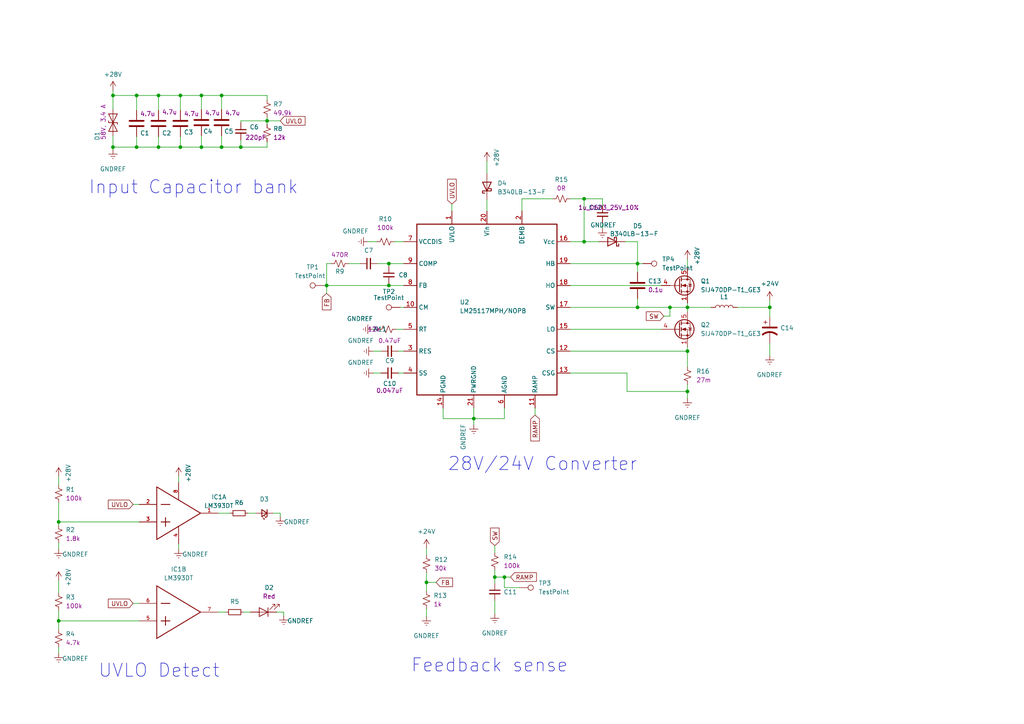
<source format=kicad_sch>
(kicad_sch (version 20211123) (generator eeschema)
  (paper "A4")
  (title_block (title "CON0100") (date "2023-01-12") (rev "V1.0") (company "Ati motors Pvt Ltd") (comment 1 "Soundhar B") (comment 2 "Designed By") (comment 3 "Sudhir P") (comment 4 "Reviewed By") (comment 5 "Naveen ") (comment 6 "Approved by"))
  (lib_symbols
    (symbol "Ati:C_0.01uf_0603_50V_ECJ-1VB1H103K" (pin_numbers hide) (pin_names (offset 0.254) hide)
      (property "Reference" "C" (at 0.254 1.778 0))
      (symbol "C_0.01uf_0603_50V_ECJ-1VB1H103K_1_1"
        (pin passive line (at 0 2.54 270) (length 2.032) (name "~") (number "1"))
        (pin passive line (at 0 -2.54 90) (length 2.032) (name "~") (number "2"))
      )
    )
    (symbol "Ati:C_0.22uF_RAD_50V_20%" (pin_numbers hide) (pin_names (offset 0.254) hide)
      (property "Reference" "C" (at 0.635 2.54 0))
      (symbol "C_0.22uF_RAD_50V_20%_1_1"
        (pin passive line (at 0 3.81 270) (length 2.794) (name "~") (number "1"))
        (pin passive line (at 0 -3.81 90) (length 3.302) (name "~") (number "2"))
      )
    )
    (symbol "Ati:C_0603_0.047uF_16V_10%_ECJ-1VB1C473K" (pin_numbers hide) (pin_names (offset 0.254) hide)
      (property "Reference" "C" (at 0.254 1.778 0))
      (property "Val" "0.047uF" (at 0 0 0))
      (symbol "C_0603_0.047uF_16V_10%_ECJ-1VB1C473K_1_1"
        (pin passive line (at 0 2.54 270) (length 2.032) (name "~") (number "1"))
        (pin passive line (at 0 -2.54 90) (length 2.032) (name "~") (number "2"))
      )
    )
    (symbol "Ati:C_0603_0.47uF_25V_CGA3E3X7R1E474K080AB" (pin_numbers hide) (pin_names (offset 0.254) hide)
      (property "Reference" "C" (at 0.254 1.778 0))
      (property "Val" "0.47uF" (at 0 0 0))
      (symbol "C_0603_0.47uF_25V_CGA3E3X7R1E474K080AB_1_1"
        (pin passive line (at 0 2.54 270) (length 2.032) (name "~") (number "1"))
        (pin passive line (at 0 -2.54 90) (length 2.032) (name "~") (number "2"))
      )
    )
    (symbol "Ati:C_0603_220pF_50V_ECJ-1VC1H221J" (pin_numbers hide) (pin_names (offset 0.254) hide)
      (property "Reference" "C" (at 0.254 1.778 0))
      (property "Val" "220pF" (at 0 0 0))
      (symbol "C_0603_220pF_50V_ECJ-1VC1H221J_1_1"
        (pin passive line (at 0 2.54 270) (length 2.032) (name "~") (number "1"))
        (pin passive line (at 0 -2.54 90) (length 2.032) (name "~") (number "2"))
      )
    )
    (symbol "Ati:C_10pF_0603_GCM1885C1H100JA16D" (pin_numbers hide) (pin_names (offset 0.254) hide)
      (property "Reference" "C" (at 0.254 1.778 0))
      (symbol "C_10pF_0603_GCM1885C1H100JA16D_1_1"
        (pin passive line (at 0 2.54 270) (length 2.032) (name "~") (number "1"))
        (pin passive line (at 0 -2.54 90) (length 2.032) (name "~") (number "2"))
      )
    )
    (symbol "Ati:C_1uf_0603_GCJ188R71E105KA01D" (pin_numbers hide) (pin_names (offset 0.254) hide)
      (property "Reference" "C" (at 0.254 1.778 0))
      (symbol "C_1uf_0603_GCJ188R71E105KA01D_1_1"
        (pin passive line (at 0 2.54 270) (length 2.032) (name "~") (number "1"))
        (pin passive line (at 0 -2.54 90) (length 2.032) (name "~") (number "2"))
      )
    )
    (symbol "Ati:C_4.7u_1206_CL31B475KAHNNNE" (pin_numbers hide) (pin_names (offset 0.254))
      (property "Reference" "C" (at 0.635 2.54 0))
      (property "Val" "4.7u " (at 5.08 0 0))
      (symbol "C_4.7u_1206_CL31B475KAHNNNE_1_1"
        (pin passive line (at 0 3.81 270) (length 2.794) (name "~") (number "1"))
        (pin passive line (at 0 -3.81 90) (length 2.794) (name "~") (number "2"))
      )
    )
    (symbol "Ati:C_820pF_0603_50V_GCM1885C1H821JA16D" (pin_numbers hide) (pin_names (offset 0.254) hide)
      (property "Reference" "C" (at 0.254 1.778 0))
      (symbol "C_820pF_0603_50V_GCM1885C1H821JA16D_1_1"
        (pin passive line (at 0 2.54 270) (length 2.032) (name "~") (number "1"))
        (pin passive line (at 0 -2.54 90) (length 2.032) (name "~") (number "2"))
      )
    )
    (symbol "Ati:D_LED_0603_Green_150060GS75000" (pin_numbers hide) (pin_names (offset 0.254) hide)
      (property "Reference" "D" (at -1.27 3.175 0))
      (symbol "D_LED_0603_Green_150060GS75000_1_1"
        (pin passive line (at -2.54 0 0) (length 1.778) (name "K") (number "1"))
        (pin passive line (at 2.54 0 180) (length 1.778) (name "A") (number "2"))
      )
    )
    (symbol "Ati:D_LED_0603_Red_150060RS75000" (pin_numbers hide) (pin_names (offset 1.016) hide)
      (property "Reference" "D" (at 0 2.54 0))
      (property "Val" "Red" (at 0 -2.54 0))
      (symbol "D_LED_0603_Red_150060RS75000_1_1"
        (pin passive line (at -3.81 0 0) (length 2.54) (name "K") (number "1"))
        (pin passive line (at 3.81 0 180) (length 2.54) (name "A") (number "2"))
      )
    )
    (symbol "Ati:L_22uH_12A_37mOhms_SMD_12.5mmx13.5mm" (pin_numbers hide) (pin_names (offset 1.016) hide)
      (property "Reference" "L" (at -1.27 0 90))
      (symbol "L_22uH_12A_37mOhms_SMD_12.5mmx13.5mm_1_1"
        (pin passive line (at 0 3.81 270) (length 1.27) (name "1") (number "1"))
        (pin passive line (at 0 -3.81 90) (length 1.27) (name "2") (number "2"))
      )
    )
    (symbol "Ati:R_0R_0603_ERJ-3GEY0R00V" (pin_numbers hide) (pin_names (offset 0.254) hide)
      (property "Reference" "R" (at 0.762 0.508 0))
      (property "Val" "0R" (at 2.54 0 0))
      (symbol "R_0R_0603_ERJ-3GEY0R00V_1_1"
        (pin passive line (at 0 2.54 270) (length 1.016) (name "~") (number "1"))
        (pin passive line (at 0 -2.54 90) (length 1.016) (name "~") (number "2"))
      )
    )
    (symbol "Ati:R_1.8k_0603_ERJ-3EKF1801V" (pin_numbers hide) (pin_names (offset 0.254) hide)
      (property "Reference" "R" (at -2.54 0 0))
      (property "Val" "1.8k" (at 2.54 0 0))
      (symbol "R_1.8k_0603_ERJ-3EKF1801V_1_1"
        (pin passive line (at 0 2.54 270) (length 1.016) (name "~") (number "1"))
        (pin passive line (at 0 -2.54 90) (length 1.016) (name "~") (number "2"))
      )
    )
    (symbol "Ati:R_100k_0603_1{slash}10W_CRGP0603F100K" (pin_numbers hide) (pin_names (offset 0.254) hide)
      (property "Reference" "R" (at -2.54 0 0))
      (property "Val" "100k" (at 2.54 0 0))
      (symbol "R_100k_0603_1{slash}10W_CRGP0603F100K_1_1"
        (pin passive line (at 0 2.54 270) (length 1.016) (name "~") (number "1"))
        (pin passive line (at 0 -2.54 90) (length 1.016) (name "~") (number "2"))
      )
    )
    (symbol "Ati:R_12k_0603_ERJ3EKF1202V" (pin_numbers hide) (pin_names (offset 0.254) hide)
      (property "Reference" "R" (at -2.54 0 0))
      (property "Val" "12k" (at 2.54 0 0))
      (symbol "R_12k_0603_ERJ3EKF1202V_1_1"
        (pin passive line (at 0 2.54 270) (length 1.016) (name "~") (number "1"))
        (pin passive line (at 0 -2.54 90) (length 1.016) (name "~") (number "2"))
      )
    )
    (symbol "Ati:R_1k_0603_ERJ-3EKF1001V" (pin_numbers hide) (pin_names (offset 0.254) hide)
      (property "Reference" "R" (at -2.54 0 0))
      (property "Val" "1k" (at 2.54 0 0))
      (symbol "R_1k_0603_ERJ-3EKF1001V_1_1"
        (pin passive line (at 0 2.54 270) (length 1.016) (name "~") (number "1"))
        (pin passive line (at 0 -2.54 90) (length 1.016) (name "~") (number "2"))
      )
    )
    (symbol "Ati:R_27mOhms_0805_ERJ-6BWFR027V" (pin_numbers hide) (pin_names (offset 0.254) hide)
      (property "Reference" "R" (at 0.762 0.508 0))
      (property "Val" "27m" (at 2.54 0 0))
      (symbol "R_27mOhms_0805_ERJ-6BWFR027V_1_1"
        (pin passive line (at 0 2.54 270) (length 1.016) (name "~") (number "1"))
        (pin passive line (at 0 -2.54 90) (length 1.016) (name "~") (number "2"))
      )
    )
    (symbol "Ati:R_3.3k_0603_ERJ-PA3F3301V" (pin_numbers hide) (pin_names (offset 0.254) hide)
      (property "Reference" "R" (at 0.762 0.508 0))
      (symbol "R_3.3k_0603_ERJ-PA3F3301V_1_1"
        (pin passive line (at 0 2.54 270) (length 0.762) (name "~") (number "1"))
        (pin passive line (at 0 -2.54 90) (length 0.762) (name "~") (number "2"))
      )
    )
    (symbol "Ati:R_30k_0603_ERJ-PB3B3002V" (pin_numbers hide) (pin_names (offset 0.254) hide)
      (property "Reference" "R" (at -2.54 0 0))
      (property "Val" "30k" (at 2.54 0 0))
      (symbol "R_30k_0603_ERJ-PB3B3002V_1_1"
        (pin passive line (at 0 2.54 270) (length 1.016) (name "~") (number "1"))
        (pin passive line (at 0 -2.54 90) (length 1.016) (name "~") (number "2"))
      )
    )
    (symbol "Ati:R_4.7k_0603_ERJ-3GEYJ472V" (pin_numbers hide) (pin_names (offset 0.254) hide)
      (property "Reference" "R" (at -2.54 0 0))
      (property "Val" "4.7k" (at 2.54 0 0))
      (symbol "R_4.7k_0603_ERJ-3GEYJ472V_1_1"
        (pin passive line (at 0 2.54 270) (length 1.016) (name "~") (number "1"))
        (pin passive line (at 0 -2.54 90) (length 1.016) (name "~") (number "2"))
      )
    )
    (symbol "Ati:R_470R_0603_ERJ-3EKF4700V" (pin_numbers hide) (pin_names (offset 0.254) hide)
      (property "Reference" "R" (at 0.762 0.508 0))
      (property "Val" "470R" (at 2.54 0 0))
      (symbol "R_470R_0603_ERJ-3EKF4700V_1_1"
        (pin passive line (at 0 2.54 270) (length 1.016) (name "~") (number "1"))
        (pin passive line (at 0 -2.54 90) (length 1.016) (name "~") (number "2"))
      )
    )
    (symbol "Ati:R_49.9k_0603_ERJ3EKF4992V" (pin_numbers hide) (pin_names (offset 0.254) hide)
      (property "Reference" "R" (at -2.54 0 0))
      (property "Val" "49.9k" (at 2.54 0 0))
      (symbol "R_49.9k_0603_ERJ3EKF4992V_1_1"
        (pin passive line (at 0 2.54 270) (length 1.016) (name "~") (number "1"))
        (pin passive line (at 0 -2.54 90) (length 1.016) (name "~") (number "2"))
      )
    )
    (symbol "Ati:SIJ470DP-T1_GE3" (pin_names hide)
      (property "Reference" "Q" (at 5.08 1.905 0))
      (property "Value" "SIJ470DP-T1_GE3" (at 5.08 0 0))
      (symbol "SIJ470DP-T1_GE3_1_1"
        (pin passive line (at 2.54 -5.08 90) (length 2.54) (name "S") (number "1"))
        (pin passive line (at 2.54 -5.08 90) (length 2.54) hide (name "S") (number "2"))
        (pin passive line (at 2.54 -5.08 90) (length 2.54) hide (name "S") (number "3"))
        (pin input line (at -5.08 0 0) (length 2.54) (name "G") (number "4"))
        (pin passive line (at 2.54 5.08 270) (length 2.54) (name "D") (number "5"))
      )
    )
    (symbol "Ati_Anand:C_0603_0.1u_50V_C0603C104K5RACAUTO" (pin_numbers hide) (pin_names (offset 0.254))
      (property "Reference" "C" (at 0.635 2.54 0))
      (property "Val" "0.1u" (at 5.08 0 0))
      (symbol "C_0603_0.1u_50V_C0603C104K5RACAUTO_1_1"
        (pin passive line (at 0 3.81 270) (length 2.794) (name "~") (number "1"))
        (pin passive line (at 0 -3.81 90) (length 2.794) (name "~") (number "2"))
      )
    )
    (symbol "Ati_Anand:D_TVS_58.1V_ATV02W360B-HF" (pin_numbers hide) (pin_names (offset 1.016) hide)
      (property "Reference" "D" (at 0 2.54 0))
      (property "Val" "58V, 3.4 A" (at 0 0 0))
      (symbol "D_TVS_58.1V_ATV02W360B-HF_1_1"
        (pin passive line (at -3.81 0 0) (length 2.54) (name "A1") (number "1"))
        (pin passive line (at 3.81 0 180) (length 2.54) (name "A2") (number "2"))
      )
    )
    (symbol "Ati_Anand:R_100k_0603_0.1%_ERA3APB104V" (pin_numbers hide) (pin_names (offset 0.254) hide)
      (property "Reference" "R" (at 0.762 0.508 0))
      (property "Val" "100k" (at 6.35 0 0))
      (symbol "R_100k_0603_0.1%_ERA3APB104V_1_1"
        (pin passive line (at 0 2.54 270) (length 1.016) (name "~") (number "1"))
        (pin passive line (at 0 -2.54 90) (length 1.016) (name "~") (number "2"))
      )
    )
    (symbol "Connector:TestPoint" (pin_numbers hide) (pin_names (offset 0.762) hide)
      (property "Reference" "TP" (at 0 6.858 0))
      (property "Value" "TestPoint" (at 0 5.08 0))
      (symbol "TestPoint_1_1"
        (pin passive line (at 0 0 90) (length 2.54) (name "1") (number "1"))
      )
    )
    (symbol "Diode:B340" (pin_numbers hide) (pin_names (offset 1.016) hide)
      (property "Reference" "D" (at 0 2.54 0))
      (property "Value" "B340" (at 0 -2.54 0))
      (symbol "B340_1_1"
        (pin passive line (at -3.81 0 0) (length 2.54) (name "K") (number "1"))
        (pin passive line (at 3.81 0 180) (length 2.54) (name "A") (number "2"))
      )
    )
    (symbol "LM25117PMH{slash}NOPB:LM25117"
      (property "Reference" "U" (at 0 24.13 0))
      (property "Value" "LM25117" (at 0 26.67 0))
      (symbol "LM25117_1_1"
        (pin input line (at -10.16 53.34 270) (length 3.8) (name "UVLO") (number "1"))
        (pin input line (at -24.13 25.4 0) (length 3.8) (name "CM") (number "10"))
        (pin input line (at 13.97 -3.81 90) (length 3.8) (name "RAMP") (number "11"))
        (pin input line (at 24.13 12.7 180) (length 3.8) (name "CS") (number "12"))
        (pin input line (at 24.13 6.35 180) (length 3.8) (name "CSG") (number "13"))
        (pin input line (at -12.7 -3.81 90) (length 3.8) (name "PGND") (number "14"))
        (pin input line (at 24.13 19.05 180) (length 3.8) (name "LO") (number "15"))
        (pin input line (at 24.13 44.45 180) (length 3.8) (name "Vcc") (number "16"))
        (pin input line (at 24.13 25.4 180) (length 3.8) (name "SW") (number "17"))
        (pin input line (at 24.13 31.75 180) (length 3.8) (name "HO") (number "18"))
        (pin input line (at 24.13 38.1 180) (length 3.8) (name "HB") (number "19"))
        (pin input line (at 10.16 53.34 270) (length 3.8) (name "DEMB") (number "2"))
        (pin input line (at 0 53.34 270) (length 3.8) (name "Vin") (number "20"))
        (pin input line (at -3.81 -3.81 90) (length 3.8) (name "PWRGND") (number "21"))
        (pin input line (at -24.13 12.7 0) (length 3.8) (name "RES") (number "3"))
        (pin input line (at -24.13 6.35 0) (length 3.8) (name "SS") (number "4"))
        (pin input line (at -24.13 19.05 0) (length 3.8) (name "RT") (number "5"))
        (pin input line (at 5.08 -3.81 90) (length 3.8) (name "AGND") (number "6"))
        (pin input line (at -24.13 44.45 0) (length 3.8) (name "VCCDIS") (number "7"))
        (pin input line (at -24.13 31.75 0) (length 3.8) (name "FB") (number "8"))
        (pin input line (at -24.13 38.1 0) (length 3.8) (name "COMP") (number "9"))
      )
    )
    (symbol "LM393DT:LM393DT" (pin_names (offset 1.016))
      (property "Reference" "IC" (at 2.54 2.54 0))
      (property "Value" "LM393DT" (at 0 0 0))
      (symbol "LM393DT_1_0"
        (pin bidirectional line (at 12.7 0 180) (length 5.08) (name "~") (number "1"))
        (pin bidirectional line (at -10.16 2.54 0) (length 5.08) (name "~") (number "2"))
        (pin bidirectional line (at -10.16 -2.54 0) (length 5.08) (name "~") (number "3"))
        (pin bidirectional line (at 1.27 -8.89 90) (length 5.08) (name "~") (number "4"))
        (pin bidirectional line (at 1.27 8.89 270) (length 5.08) (name "~") (number "8"))
      )
      (symbol "LM393DT_2_0"
        (pin bidirectional line (at -10.16 -2.54 0) (length 5.08) (name "~") (number "5"))
        (pin bidirectional line (at -10.16 2.54 0) (length 5.08) (name "~") (number "6"))
        (pin bidirectional line (at 12.7 0 180) (length 5.08) (name "~") (number "7"))
      )
    )
    (symbol "R_12k_0603_ERJ3EKF1202V_1" (pin_numbers hide) (pin_names (offset 0.254) hide)
      (property "Reference" "R11" (at 0 2.032 90))
      (property "Val" "12k" (at 0 3.81 90))
      (symbol "R_12k_0603_ERJ3EKF1202V_1_1_1"
        (pin passive line (at 0 2.54 270) (length 1.016) (name "~") (number "1"))
        (pin passive line (at 0 -2.54 90) (length 1.016) (name "~") (number "2"))
      )
    )
    (symbol "power:+24V" (power) (pin_names (offset 0))
      (property "Value" "+24V" (at 0 3.556 0))
      (symbol "+24V_1_1"
        (pin power_in line (at 0 0 90) (length 0) hide (name "+24V") (number "1"))
      )
    )
    (symbol "power:+28V" (power) (pin_names (offset 0))
      (property "Value" "+28V" (at 0 3.81 0))
      (symbol "+28V_1_1"
        (pin power_in line (at 0 0 90) (length 0) hide (name "+28V") (number "1"))
      )
    )
    (symbol "power:GNDREF" (power) (pin_names (offset 0))
      (property "Value" "GNDREF" (at 0 -3.81 0))
      (symbol "GNDREF_1_1"
        (pin power_in line (at 0 0 270) (length 0) hide (name "GNDREF") (number "1"))
      )
    )
  )
  (junction (at 69.85 42.672))
  (junction (at 194.31 89.154))
  (junction (at 17.018 180.086))
  (junction (at 39.624 27.686))
  (junction (at 123.698 168.91))
  (junction (at 199.39 89.154))
  (junction (at 143.51 167.386))
  (junction (at 112.776 76.454))
  (junction (at 45.974 27.686))
  (junction (at 58.42 27.686))
  (junction (at 77.47 35.052))
  (junction (at 32.766 27.686))
  (junction (at 45.974 42.672))
  (junction (at 17.018 151.384))
  (junction (at 146.304 167.386))
  (junction (at 52.324 27.686))
  (junction (at 223.266 89.154))
  (junction (at 199.39 113.538))
  (junction (at 64.262 42.672))
  (junction (at 169.418 70.104))
  (junction (at 64.262 27.686))
  (junction (at 184.912 89.154))
  (junction (at 32.766 42.672))
  (junction (at 199.39 101.854))
  (junction (at 184.912 76.454))
  (junction (at 137.414 121.412))
  (junction (at 112.776 82.804))
  (junction (at 94.742 82.804))
  (junction (at 52.324 42.672))
  (junction (at 169.418 57.658))
  (junction (at 39.624 42.672))
  (junction (at 58.42 42.672))
  (wire (pts (xy 151.384 61.214) (xy 151.384 57.658)))
  (wire (pts (xy 165.354 101.854) (xy 199.39 101.854)))
  (wire (pts (xy 64.262 31.75) (xy 64.262 27.686)))
  (wire (pts (xy 165.354 76.454) (xy 184.912 76.454)))
  (wire (pts (xy 146.304 121.412) (xy 137.414 121.412)))
  (wire (pts (xy 184.912 76.454) (xy 184.912 70.104)))
  (wire (pts (xy 184.912 76.454) (xy 184.912 78.994)))
  (wire (pts (xy 128.524 121.412) (xy 137.414 121.412)))
  (wire (pts (xy 32.766 27.686) (xy 39.624 27.686)))
  (wire (pts (xy 199.39 89.154) (xy 199.39 90.424)))
  (wire (pts (xy 17.018 145.796) (xy 17.018 151.384)))
  (wire (pts (xy 223.266 87.122) (xy 223.266 89.154)))
  (wire (pts (xy 64.262 39.37) (xy 64.262 42.672)))
  (wire (pts (xy 141.224 57.912) (xy 141.224 61.214)))
  (wire (pts (xy 131.064 59.182) (xy 131.064 61.214)))
  (wire (pts (xy 181.864 113.538) (xy 199.39 113.538)))
  (wire (pts (xy 165.354 57.658) (xy 169.418 57.658)))
  (wire (pts (xy 174.752 59.69) (xy 174.752 57.658)))
  (wire (pts (xy 109.474 76.454) (xy 112.776 76.454)))
  (wire (pts (xy 181.864 108.204) (xy 181.864 113.538)))
  (wire (pts (xy 51.816 157.734) (xy 51.816 159.258)))
  (wire (pts (xy 17.018 151.384) (xy 40.386 151.384)))
  (wire (pts (xy 169.418 70.104) (xy 173.736 70.104)))
  (wire (pts (xy 174.752 64.77) (xy 174.752 66.294)))
  (wire (pts (xy 165.354 108.204) (xy 181.864 108.204)))
  (wire (pts (xy 52.324 42.672) (xy 58.42 42.672)))
  (wire (pts (xy 112.776 82.296) (xy 112.776 82.804)))
  (wire (pts (xy 69.85 35.56) (xy 69.85 35.052)))
  (wire (pts (xy 63.246 148.844) (xy 66.802 148.844)))
  (wire (pts (xy 112.776 77.216) (xy 112.776 76.454)))
  (wire (pts (xy 93.98 82.804) (xy 94.742 82.804)))
  (wire (pts (xy 38.608 175.006) (xy 40.386 175.006)))
  (wire (pts (xy 141.224 46.736) (xy 141.224 50.292)))
  (wire (pts (xy 32.766 43.434) (xy 32.766 42.672)))
  (wire (pts (xy 71.882 148.844) (xy 74.168 148.844)))
  (wire (pts (xy 223.266 99.568) (xy 223.266 103.124)))
  (wire (pts (xy 77.47 27.686) (xy 77.47 28.956)))
  (wire (pts (xy 107.95 95.504) (xy 109.728 95.504)))
  (wire (pts (xy 45.974 32.004) (xy 45.974 27.686)))
  (wire (pts (xy 17.018 157.48) (xy 17.018 159.258)))
  (wire (pts (xy 45.974 39.624) (xy 45.974 42.672)))
  (wire (pts (xy 17.018 151.384) (xy 17.018 152.4)))
  (wire (pts (xy 114.808 95.504) (xy 117.094 95.504)))
  (wire (pts (xy 52.324 27.686) (xy 45.974 27.686)))
  (wire (pts (xy 184.912 89.154) (xy 194.31 89.154)))
  (wire (pts (xy 155.194 118.364) (xy 155.194 120.396)))
  (wire (pts (xy 192.532 91.694) (xy 194.31 91.694)))
  (wire (pts (xy 199.39 111.506) (xy 199.39 113.538)))
  (wire (pts (xy 123.698 166.116) (xy 123.698 168.91)))
  (wire (pts (xy 94.742 76.454) (xy 94.742 82.804)))
  (wire (pts (xy 123.698 168.91) (xy 126.492 168.91)))
  (wire (pts (xy 45.974 42.672) (xy 52.324 42.672)))
  (wire (pts (xy 39.624 42.672) (xy 45.974 42.672)))
  (wire (pts (xy 165.354 70.104) (xy 169.418 70.104)))
  (wire (pts (xy 143.51 167.386) (xy 143.51 169.164)))
  (wire (pts (xy 199.39 113.538) (xy 199.39 115.57)))
  (wire (pts (xy 80.264 177.546) (xy 82.296 177.546)))
  (wire (pts (xy 116.078 89.154) (xy 117.094 89.154)))
  (wire (pts (xy 108.204 101.854) (xy 110.49 101.854)))
  (wire (pts (xy 194.31 89.154) (xy 199.39 89.154)))
  (wire (pts (xy 194.31 91.694) (xy 194.31 89.154)))
  (wire (pts (xy 184.912 70.104) (xy 181.356 70.104)))
  (wire (pts (xy 94.742 82.804) (xy 94.742 85.09)))
  (wire (pts (xy 151.384 57.658) (xy 160.274 57.658)))
  (wire (pts (xy 199.39 87.884) (xy 199.39 89.154)))
  (wire (pts (xy 17.018 177.038) (xy 17.018 180.086)))
  (wire (pts (xy 123.698 176.53) (xy 123.698 178.816)))
  (wire (pts (xy 213.868 89.154) (xy 223.266 89.154)))
  (wire (pts (xy 69.85 35.052) (xy 77.47 35.052)))
  (wire (pts (xy 199.39 101.854) (xy 199.39 106.426)))
  (wire (pts (xy 64.262 42.672) (xy 69.85 42.672)))
  (wire (pts (xy 17.018 180.086) (xy 40.386 180.086)))
  (wire (pts (xy 58.42 31.75) (xy 58.42 27.686)))
  (wire (pts (xy 52.324 32.004) (xy 52.324 27.686)))
  (wire (pts (xy 223.266 89.154) (xy 223.266 91.948)))
  (wire (pts (xy 169.418 57.658) (xy 169.418 70.104)))
  (wire (pts (xy 137.414 121.412) (xy 137.414 123.19)))
  (wire (pts (xy 143.51 158.242) (xy 143.51 160.274)))
  (wire (pts (xy 199.39 89.154) (xy 206.248 89.154)))
  (wire (pts (xy 94.742 82.804) (xy 112.776 82.804)))
  (wire (pts (xy 115.57 108.204) (xy 117.094 108.204)))
  (wire (pts (xy 184.912 89.154) (xy 165.354 89.154)))
  (wire (pts (xy 58.42 42.672) (xy 64.262 42.672)))
  (wire (pts (xy 17.018 168.402) (xy 17.018 171.958)))
  (wire (pts (xy 63.246 177.546) (xy 65.532 177.546)))
  (wire (pts (xy 64.262 27.686) (xy 77.47 27.686)))
  (wire (pts (xy 17.018 187.706) (xy 17.018 189.484)))
  (wire (pts (xy 39.624 39.624) (xy 39.624 42.672)))
  (wire (pts (xy 146.304 170.434) (xy 146.304 167.386)))
  (wire (pts (xy 82.296 177.546) (xy 82.296 178.562)))
  (wire (pts (xy 112.776 76.454) (xy 117.094 76.454)))
  (wire (pts (xy 106.68 70.104) (xy 109.22 70.104)))
  (wire (pts (xy 123.698 168.91) (xy 123.698 171.45)))
  (wire (pts (xy 146.304 118.364) (xy 146.304 121.412)))
  (wire (pts (xy 52.324 39.624) (xy 52.324 42.672)))
  (wire (pts (xy 58.42 39.37) (xy 58.42 42.672)))
  (wire (pts (xy 143.51 165.354) (xy 143.51 167.386)))
  (wire (pts (xy 114.3 70.104) (xy 117.094 70.104)))
  (wire (pts (xy 146.304 167.386) (xy 143.51 167.386)))
  (wire (pts (xy 32.766 39.37) (xy 32.766 42.672)))
  (wire (pts (xy 79.248 148.844) (xy 81.28 148.844)))
  (wire (pts (xy 123.698 159.004) (xy 123.698 161.036)))
  (wire (pts (xy 96.012 76.454) (xy 94.742 76.454)))
  (wire (pts (xy 17.018 138.176) (xy 17.018 140.716)))
  (wire (pts (xy 199.39 75.184) (xy 199.39 77.724)))
  (wire (pts (xy 165.354 95.504) (xy 191.77 95.504)))
  (wire (pts (xy 108.204 108.204) (xy 110.49 108.204)))
  (wire (pts (xy 77.47 35.052) (xy 77.47 36.068)))
  (wire (pts (xy 184.912 76.454) (xy 186.436 76.454)))
  (wire (pts (xy 150.622 170.434) (xy 146.304 170.434)))
  (wire (pts (xy 137.414 118.364) (xy 137.414 121.412)))
  (wire (pts (xy 128.524 118.364) (xy 128.524 121.412)))
  (wire (pts (xy 70.612 177.546) (xy 72.644 177.546)))
  (wire (pts (xy 69.85 40.64) (xy 69.85 42.672)))
  (wire (pts (xy 148.082 167.386) (xy 146.304 167.386)))
  (wire (pts (xy 112.776 82.804) (xy 117.094 82.804)))
  (wire (pts (xy 64.262 27.686) (xy 58.42 27.686)))
  (wire (pts (xy 58.42 27.686) (xy 52.324 27.686)))
  (wire (pts (xy 199.39 101.854) (xy 199.39 100.584)))
  (wire (pts (xy 165.354 82.804) (xy 191.77 82.804)))
  (wire (pts (xy 32.766 27.686) (xy 32.766 31.75)))
  (wire (pts (xy 81.28 35.052) (xy 77.47 35.052)))
  (wire (pts (xy 17.018 180.086) (xy 17.018 182.626)))
  (wire (pts (xy 143.51 174.244) (xy 143.51 178.054)))
  (wire (pts (xy 77.47 42.672) (xy 77.47 41.148)))
  (wire (pts (xy 174.752 57.658) (xy 169.418 57.658)))
  (wire (pts (xy 32.766 26.162) (xy 32.766 27.686)))
  (wire (pts (xy 45.974 27.686) (xy 39.624 27.686)))
  (wire (pts (xy 69.85 42.672) (xy 77.47 42.672)))
  (wire (pts (xy 101.092 76.454) (xy 104.394 76.454)))
  (wire (pts (xy 51.816 138.176) (xy 51.816 139.954)))
  (wire (pts (xy 32.766 42.672) (xy 39.624 42.672)))
  (wire (pts (xy 184.912 86.614) (xy 184.912 89.154)))
  (wire (pts (xy 115.57 101.854) (xy 117.094 101.854)))
  (wire (pts (xy 39.624 27.686) (xy 39.624 32.004)))
  (wire (pts (xy 81.28 148.844) (xy 81.28 149.86)))
  (wire (pts (xy 77.47 34.036) (xy 77.47 35.052)))
  (wire (pts (xy 38.608 146.304) (xy 40.386 146.304)))
  (text "UVLO Detect" (at 28.448 196.85 0) (effects (font (size 3.81 3.81)) (justify left bottom)))
  (text "Feedback sense" (at 119.126 195.326 0) (effects (font (size 3.81 3.81)) (justify left bottom)))
  (text "28V/24V Converter" (at 129.794 136.906 0) (effects (font (size 3.81 3.81)) (justify left bottom)))
  (text "Input Capacitor bank" (at 25.654 56.642 0) (effects (font (size 3.81 3.81)) (justify left bottom)))
  (global_label "RAMP" (shape input) (at 148.082 167.386 0) (property "Intersheet References" "${INTERSHEET_REFS}" (effects hide)))
  (global_label "SW" (shape input) (at 192.532 91.694 180) (property "Intersheet References" "${INTERSHEET_REFS}" (effects hide)))
  (global_label "UVLO" (shape input) (at 81.28 35.052 0) (property "Intersheet References" "${INTERSHEET_REFS}" (effects hide)))
  (global_label "UVLO" (shape input) (at 131.064 59.182 90) (property "Intersheet References" "${INTERSHEET_REFS}" (effects hide)))
  (global_label "SW" (shape input) (at 143.51 158.242 90) (property "Intersheet References" "${INTERSHEET_REFS}" (effects hide)))
  (global_label "UVLO" (shape input) (at 38.608 146.304 180) (property "Intersheet References" "${INTERSHEET_REFS}" (effects hide)))
  (global_label "RAMP" (shape input) (at 155.194 120.396 270) (property "Intersheet References" "${INTERSHEET_REFS}" (effects hide)))
  (global_label "UVLO" (shape input) (at 38.608 175.006 180) (property "Intersheet References" "${INTERSHEET_REFS}" (effects hide)))
  (global_label "FB" (shape input) (at 94.742 85.09 270) (property "Intersheet References" "${INTERSHEET_REFS}" (effects hide)))
  (global_label "FB" (shape input) (at 126.492 168.91 0) (property "Intersheet References" "${INTERSHEET_REFS}" (effects hide)))
  (symbol (lib_name "R_12k_0603_ERJ3EKF1202V_1") (lib_id "Ati:R_12k_0603_ERJ3EKF1202V") (at 112.268 95.504 90) (unit 1)
    (property "Reference" "R11" (at 110.236 95.504 90))
    (property "Value" "R_12k_0603_ERJ3EKF1202V" (effects hide))
    (property "Footprint" "Resistor_SMD:R_0603_1608Metric_Pad0.98x0.95mm_HandSolder" (effects hide))
    (property "Package" "0603" (effects hide))
    (property "MPN" "ERJ-3EKF1202V" (effects hide))
    (property "Manufacturer" "Panasonic" (effects hide))
    (property "Val" "12k" (at 108.458 95.504 90))
    (property "APN" "RMCF0603FT12K0" (effects hide))
  )
  (symbol (lib_id "Ati:C_0603_220pF_50V_ECJ-1VC1H221J") (at 69.85 38.1 0) (unit 1)
    (property "Reference" "C6" (at 72.39 36.8362 0) (effects (justify left)))
    (property "Value" "C_0603_220pF_50V_ECJ-1VC1H221J" (effects hide))
    (property "Footprint" "Capacitor_SMD:C_0603_1608Metric_Pad1.08x0.95mm_HandSolder" (effects hide))
    (property "MPN" "ECJ-1VC1H221J" (effects hide))
    (property "Val" "220pF" (at 71.12 39.878 0) (effects (justify left)))
    (property "APN" "CC0603JRNPO9BN221" (effects hide))
    (property "Specifications" "220pF, 50V, 5%, COG" (effects hide))
  )
  (symbol (lib_id "Diode:B340") (at 177.546 70.104 180) (unit 1)
    (property "Reference" "D5" (at 184.912 65.532 0))
    (property "Value" "B340LB-13-F" (at 183.896 67.818 0))
    (property "Footprint" "Diode_SMD:D_SMC" (effects hide))
    (property "Datasheet" "http://www.jameco.com/Jameco/Products/ProdDS/1538777.pdf" (effects hide))
    (property "Manufacturer" "Diodes Incorporated" (effects hide))
    (property "APN" "SSB44-E3/52T" (effects hide))
    (property "Val" "40 Vr, 3A, 0.45 Vf" (effects hide))
  )
  (symbol (lib_id "power:GNDREF") (at 137.414 123.19 0) (unit 1)
    (property "Reference" "#PWR025" (effects hide))
    (property "Value" "GNDREF" (at 134.366 126.746 90))
  )
  (symbol (lib_id "Ati:R_470R_0603_ERJ-3EKF4700V") (at 98.552 76.454 90) (unit 1)
    (property "Reference" "R9" (at 98.552 78.74 90))
    (property "Value" "R_470R_0603_ERJ-3EKF4700V" (effects hide))
    (property "Footprint" "Resistor_SMD:R_0603_1608Metric_Pad0.98x0.95mm_HandSolder" (effects hide))
    (property "MPN" "ERJ-3EKF4700V" (effects hide))
    (property "DNL" "DNL" (effects hide))
    (property "Val" "470R" (at 98.552 73.914 90))
    (property "Package" "0603" (effects hide))
  )
  (symbol (lib_id "power:GNDREF") (at 143.51 178.054 0) (unit 1)
    (property "Reference" "#PWR027" (effects hide))
    (property "Value" "GNDREF" (at 143.51 183.642 0))
  )
  (symbol (lib_id "Ati:R_100k_0603_1{slash}10W_CRGP0603F100K") (at 17.018 143.256 0) (unit 1)
    (property "Reference" "R1" (at 19.05 141.9859 0) (effects (justify left)))
    (property "Value" "R_100k_0603_1/10W_CRGP0603F100K" (effects hide))
    (property "Footprint" "Resistor_SMD:R_0603_1608Metric_Pad0.98x0.95mm_HandSolder" (effects hide))
    (property "Package" "0603" (effects hide))
    (property "MPN" "ERJ-3EKF1003V" (effects hide))
    (property "Manufacturer" "TE Connectivity" (effects hide))
    (property "Val" "100k" (at 19.05 144.5259 0) (effects (justify left)))
  )
  (symbol (lib_id "power:GNDREF") (at 108.204 101.854 270) (unit 1)
    (property "Reference" "#PWR021" (effects hide))
    (property "Value" "GNDREF" (at 104.648 98.806 90))
  )
  (symbol (lib_id "power:GNDREF") (at 17.018 159.258 0) (unit 1)
    (property "Reference" "#PWR010" (effects hide))
    (property "Value" "GNDREF" (at 21.844 160.782 0))
  )
  (symbol (lib_id "power:GNDREF") (at 123.698 178.816 0) (unit 1)
    (property "Reference" "#PWR024" (effects hide))
    (property "Value" "GNDREF" (at 123.698 184.404 0))
  )
  (symbol (lib_id "power:GNDREF") (at 17.018 189.484 0) (unit 1)
    (property "Reference" "#PWR012" (effects hide))
    (property "Value" "GNDREF" (at 21.844 191.008 0))
  )
  (symbol (lib_id "power:+28V") (at 17.018 138.176 0) (unit 1)
    (property "Reference" "#PWR09" (effects hide))
    (property "Value" "+28V" (at 19.812 134.62 90) (effects (justify right)))
  )
  (symbol (lib_id "power:+28V") (at 141.224 46.736 0) (unit 1)
    (property "Reference" "#PWR026" (effects hide))
    (property "Value" "+28V" (at 144.018 43.18 90) (effects (justify right)))
  )
  (symbol (lib_id "Connector:TestPoint") (at 116.078 89.154 90) (unit 1)
    (property "Reference" "TP2" (at 112.776 84.582 90))
    (property "Value" "TestPoint" (at 112.776 86.36 90))
    (property "Footprint" "TestPoint:TestPoint_Pad_D1.0mm" (effects hide))
  )
  (symbol (lib_id "Diode:B340") (at 141.224 54.102 90) (unit 1)
    (property "Reference" "D4" (at 144.272 53.1494 90) (effects (justify right)))
    (property "Value" "B340LB-13-F" (at 144.272 55.6894 90) (effects (justify right)))
    (property "Footprint" "Diode_SMD:D_SMC" (effects hide))
    (property "Datasheet" "http://www.jameco.com/Jameco/Products/ProdDS/1538777.pdf" (effects hide))
    (property "Manufacturer" "Diodes Incorporated" (effects hide))
    (property "APN" "SSB44-E3/52T" (effects hide))
    (property "Val" "40 Vr, 3A, 0.45 Vf" (effects hide))
  )
  (symbol (lib_id "Ati:C_1uf_0603_GCJ188R71E105KA01D") (at 174.752 62.23 0) (unit 1)
    (property "Reference" "C12" (at 170.688 60.198 0) (effects (justify left)))
    (property "Value" "C_1uf_0603_GCJ188R71E105KA01D" (effects hide))
    (property "Footprint" "Capacitor_SMD:C_0603_1608Metric_Pad1.08x0.95mm_HandSolder" (effects hide))
    (property "MPN" "GCJ188R71E105KA01D" (effects hide))
    (property "Manufacturer" "Murata Electronics North America" (effects hide))
    (property "Val" "1u_0603_25V_10%" (at 176.53 60.198 0))
    (property "APN" "GCM188R71E105KA64J" (effects hide))
    (property "Specification" "1u_0603_25V_10%" (effects hide))
  )
  (symbol (lib_id "Ati:R_100k_0603_1{slash}10W_CRGP0603F100K") (at 17.018 174.498 0) (unit 1)
    (property "Reference" "R3" (at 19.05 173.2279 0) (effects (justify left)))
    (property "Value" "R_100k_0603_1/10W_CRGP0603F100K" (effects hide))
    (property "Footprint" "Resistor_SMD:R_0603_1608Metric_Pad0.98x0.95mm_HandSolder" (effects hide))
    (property "Package" "0603" (effects hide))
    (property "MPN" "ERJ-3EKF1003V" (effects hide))
    (property "Manufacturer" "TE Connectivity" (effects hide))
    (property "Val" "100k" (at 19.05 175.7679 0) (effects (justify left)))
  )
  (symbol (lib_id "Ati_Anand:C_0603_0.1u_50V_C0603C104K5RACAUTO") (at 184.912 82.804 0) (unit 1)
    (property "Reference" "C13" (at 187.96 81.5339 0) (effects (justify left)))
    (property "Value" "C_0603_0.1u_50V_C0603C104K5RACAUTO" (effects hide))
    (property "Footprint" "Capacitor_SMD:C_0603_1608Metric_Pad1.05x0.95mm_HandSolder" (effects hide))
    (property "Val" "0.1u" (at 187.96 84.0739 0) (effects (justify left)))
    (property "MPN" "C0603C104K5RACAUTO" (effects hide))
    (property "Voltage" "50V" (effects hide))
    (property "Package" "0603" (effects hide))
  )
  (symbol (lib_id "Ati:R_100k_0603_1{slash}10W_CRGP0603F100K") (at 111.76 70.104 90) (unit 1)
    (property "Reference" "R10" (at 111.76 63.5 90))
    (property "Value" "R_100k_0603_1/10W_CRGP0603F100K" (effects hide))
    (property "Footprint" "Resistor_SMD:R_0603_1608Metric_Pad0.98x0.95mm_HandSolder" (effects hide))
    (property "Package" "0603" (effects hide))
    (property "MPN" "ERJ-3EKF1003V" (effects hide))
    (property "Manufacturer" "TE Connectivity" (effects hide))
    (property "Val" "100k" (at 111.76 66.04 90))
  )
  (symbol (lib_id "LM393DT:LM393DT") (at 50.546 177.546 0) (unit 2)
    (property "Reference" "IC1" (at 51.816 165.1 0))
    (property "Value" "LM393DT" (at 51.816 167.64 0))
    (property "Footprint" "SOIC8" (effects hide))
    (property "Datasheet" "https://www.digikey.in/en/products/detail/stmicroelectronics/LM393DT/591695" (effects hide))
    (property "MPN" "LM393DT" (effects hide))
    (property "APN" "LM393DR2G" (effects hide))
    (property "Val" "+36V, 0.45 mA, Dual" (effects hide))
    (property "Manufacturer" "ST Microelectronics" (effects hide))
  )
  (symbol (lib_id "Ati_Anand:D_TVS_58.1V_ATV02W360B-HF") (at 32.766 35.56 90) (unit 1)
    (property "Reference" "D1" (at 28.194 38.1 0) (effects (justify right)))
    (property "Value" "D_TVS_40V_ATV02W360B-HF" (effects hide))
    (property "Footprint" "Diode_SMD:D_SOD-123F" (effects hide))
    (property "Datasheet" "https://www.comchiptech.com/admin/files/product/ATV02W-HF%20series%20RevC.pdf" (effects hide))
    (property "MPN" "ATV02W360B-HF" (effects hide))
    (property "APN" "SMF36CA" (effects hide))
    (property "Val" "58V, 3.4 A" (at 29.972 30.226 0) (effects (justify right)))
  )
  (symbol (lib_id "Ati:R_3.3k_0603_ERJ-PA3F3301V") (at 69.342 148.844 90) (unit 1)
    (property "Reference" "R6" (at 69.342 145.796 90))
    (property "Value" "R_3.3k_0603_ERJ-PA3F3301V" (effects hide))
    (property "Footprint" "Resistor_SMD:R_0603_1608Metric_Pad0.98x0.95mm_HandSolder" (effects hide))
    (property "MPN" "ERJ-PA3F3301V" (effects hide))
    (property "Val" "3.3k" (effects hide))
  )
  (symbol (lib_id "Ati:C_4.7u_1206_CL31B475KAHNNNE") (at 52.324 35.814 0) (unit 1)
    (property "Reference" "C3" (at 53.34 38.354 0) (effects (justify left)))
    (property "Value" "C_4.7u_1206_CL31B475KAHNNNE" (effects hide))
    (property "Footprint" "Resistor_SMD:R_1206_3216Metric_Pad1.42x1.75mm_HandSolder" (effects hide))
    (property "MPN" "CL31B475KAHNNNE" (effects hide))
    (property "Val" "4.7u " (at 53.34 33.02 0) (effects (justify left)))
    (property "Manufacturer" "Samsung Electro-Mechanics" (effects hide))
  )
  (symbol (lib_id "power:+24V") (at 223.266 87.122 0) (unit 1)
    (property "Reference" "#PWR031" (effects hide))
    (property "Value" "+24V" (at 223.266 82.296 0))
  )
  (symbol (lib_id "Ati:R_0R_0603_ERJ-3GEY0R00V") (at 162.814 57.658 90) (unit 1)
    (property "Reference" "R15" (at 162.814 52.07 90))
    (property "Value" "R_0R_0603_ERJ-3GEY0R00V" (effects hide))
    (property "Footprint" "Resistor_SMD:R_0603_1608Metric_Pad0.98x0.95mm_HandSolder" (effects hide))
    (property "MPN" "ERJ-3GEY0R00V" (effects hide))
    (property "DNL" "DNL" (effects hide))
    (property "Val" "0R" (at 162.814 54.61 90))
    (property "Package" "0603" (effects hide))
  )
  (symbol (lib_id "power:GNDREF") (at 223.266 103.124 0) (unit 1)
    (property "Reference" "#PWR032" (effects hide))
    (property "Value" "GNDREF" (at 223.266 108.712 0))
  )
  (symbol (lib_id "Ati:C_0.01uf_0603_50V_ECJ-1VB1H103K") (at 106.934 76.454 90) (unit 1)
    (property "Reference" "C7" (at 106.9403 72.644 90))
    (property "Value" "C_0.01uf_0603_50V_ECJ-1VB1H103K" (effects hide))
    (property "Footprint" "Capacitor_SMD:C_0603_1608Metric_Pad1.08x0.95mm_HandSolder" (effects hide))
    (property "MPN" "ECJ-1VB1H103K" (effects hide))
    (property "Manufacturer" "Panasonic" (effects hide))
    (property "Val" "0.01u_0603_50V_10%" (effects hide))
    (property "APN" "GCM188R91H103KA37D" (effects hide))
  )
  (symbol (lib_id "Ati:R_1.8k_0603_ERJ-3EKF1801V") (at 17.018 154.94 0) (unit 1)
    (property "Reference" "R2" (at 19.05 153.6699 0) (effects (justify left)))
    (property "Value" "R_1.8k_0603_ERJ-3EKF1801V" (effects hide))
    (property "Footprint" "Resistor_SMD:R_0603_1608Metric_Pad0.98x0.95mm_HandSolder" (effects hide))
    (property "Package" "0603" (effects hide))
    (property "MPN" "ERJ-3EKF1801V" (effects hide))
    (property "Manufacturer" "Panasonic - ECG" (effects hide))
    (property "Val" "1.8k" (at 19.05 156.2099 0) (effects (justify left)))
  )
  (symbol (lib_id "Ati:R_49.9k_0603_ERJ3EKF4992V") (at 77.47 31.496 0) (unit 1)
    (property "Reference" "R7" (at 79.248 30.2259 0) (effects (justify left)))
    (property "Value" "R_49.9k_0603_ERJ3EKF4992V" (effects hide))
    (property "Footprint" "Resistor_SMD:R_0603_1608Metric_Pad0.98x0.95mm_HandSolder" (effects hide))
    (property "Package" "0603" (effects hide))
    (property "MPN" "ERJ-3EKF4992V" (effects hide))
    (property "Manufacturer" "Panasonic" (effects hide))
    (property "Val" "49.9k" (at 79.248 32.7659 0) (effects (justify left)))
  )
  (symbol (lib_id "power:GNDREF") (at 108.204 108.204 270) (unit 1)
    (property "Reference" "#PWR022" (effects hide))
    (property "Value" "GNDREF" (at 104.648 105.156 90))
  )
  (symbol (lib_id "power:GNDREF") (at 81.28 149.86 0) (unit 1)
    (property "Reference" "#PWR017" (effects hide))
    (property "Value" "GNDREF" (at 86.106 151.384 0))
  )
  (symbol (lib_id "power:+28V") (at 51.816 138.176 0) (unit 1)
    (property "Reference" "#PWR015" (effects hide))
    (property "Value" "+28V" (at 54.61 134.62 90) (effects (justify right)))
  )
  (symbol (lib_id "power:GNDREF") (at 32.766 43.434 0) (unit 1)
    (property "Reference" "#PWR014" (effects hide))
    (property "Value" "GNDREF" (at 32.766 49.022 0))
  )
  (symbol (lib_id "Connector:TestPoint") (at 186.436 76.454 270) (unit 1)
    (property "Reference" "TP4" (at 192.024 75.1839 90) (effects (justify left)))
    (property "Value" "TestPoint" (at 192.024 77.7239 90) (effects (justify left)))
    (property "Footprint" "TestPoint:TestPoint_Pad_D1.0mm" (effects hide))
  )
  (symbol (lib_id "Ati:R_3.3k_0603_ERJ-PA3F3301V") (at 68.072 177.546 90) (unit 1)
    (property "Reference" "R5" (at 68.072 174.498 90))
    (property "Value" "R_3.3k_0603_ERJ-PA3F3301V" (effects hide))
    (property "Footprint" "Resistor_SMD:R_0603_1608Metric_Pad0.98x0.95mm_HandSolder" (effects hide))
    (property "MPN" "ERJ-PA3F3301V" (effects hide))
    (property "Val" "3.3k" (effects hide))
  )
  (symbol (lib_id "power:+28V") (at 17.018 168.402 0) (unit 1)
    (property "Reference" "#PWR011" (effects hide))
    (property "Value" "+28V" (at 19.812 164.846 90) (effects (justify right)))
  )
  (symbol (lib_id "power:+28V") (at 199.39 75.184 0) (unit 1)
    (property "Reference" "#PWR029" (effects hide))
    (property "Value" "+28V" (at 202.184 71.628 90) (effects (justify right)))
  )
  (symbol (lib_id "Ati:D_LED_0603_Red_150060RS75000") (at 76.454 177.546 180) (unit 1)
    (property "Reference" "D2" (at 78.0542 170.434 0))
    (property "Value" "D_LED_0603_Red_150060RS75000" (effects hide))
    (property "Footprint" "Resistor_SMD:R_0603_1608Metric_Pad1.05x0.95mm_HandSolder" (effects hide))
    (property "Val" "Red" (at 78.0542 172.974 0))
    (property "MPN" "150060RS75000" (effects hide))
    (property "Manufacturer" "Würth Elektronik" (effects hide))
  )
  (symbol (lib_id "Ati:SIJ470DP-T1_GE3") (at 196.85 82.804 0) (unit 1)
    (property "Reference" "Q1" (at 203.2 81.5339 0) (effects (justify left)))
    (property "Value" "SIJ470DP-T1_GE3" (at 203.2 84.0739 0) (effects (justify left)))
    (property "Footprint" "Package_SO:PowerPAK_SO-8_Single" (effects hide))
    (property "Datasheet" "https://www.vishay.com/docs/73152/si7336adp.pdf" (effects hide))
    (property "Val" "100 Vds, 58.8A, POWERPAK_SO-8, Rdson - 9.1mOhm" (effects hide))
    (property "MPN" "SIJ470DP-T1_GE3" (effects hide))
    (property "APN" "SI7178DP-T1-GE3" (effects hide))
  )
  (symbol (lib_id "power:+24V") (at 123.698 159.004 0) (unit 1)
    (property "Reference" "#PWR023" (effects hide))
    (property "Value" "+24V" (at 123.698 154.178 0))
  )
  (symbol (lib_id "Connector:TestPoint") (at 93.98 82.804 90) (unit 1)
    (property "Reference" "TP1" (at 90.678 77.47 90))
    (property "Value" "TestPoint" (at 89.916 80.01 90))
    (property "Footprint" "TestPoint:TestPoint_Pad_D1.0mm" (effects hide))
  )
  (symbol (lib_id "Ati:C_4.7u_1206_CL31B475KAHNNNE") (at 45.974 35.814 0) (unit 1)
    (property "Reference" "C2" (at 46.99 38.608 0) (effects (justify left)))
    (property "Value" "C_4.7u_1206_CL31B475KAHNNNE" (effects hide))
    (property "Footprint" "Resistor_SMD:R_1206_3216Metric_Pad1.42x1.75mm_HandSolder" (effects hide))
    (property "MPN" "CL31B475KAHNNNE" (effects hide))
    (property "Val" "4.7u " (at 46.99 32.512 0) (effects (justify left)))
    (property "Manufacturer" "Samsung Electro-Mechanics" (effects hide))
  )
  (symbol (lib_id "Ati:C_820pF_0603_50V_GCM1885C1H821JA16D") (at 143.51 171.704 0) (unit 1)
    (property "Reference" "C11" (at 146.05 171.7102 0) (effects (justify left)))
    (property "Value" "C_820pF_0603_50V_GCM1885C1H821JA16D" (effects hide))
    (property "Footprint" "Capacitor_SMD:C_0603_1608Metric_Pad1.08x0.95mm_HandSolder" (effects hide))
    (property "MPN" "GCM1885C1H821JA16D" (effects hide))
    (property "Manufacturer" "Murata Corporation" (effects hide))
    (property "Val" "820pF_0603_50V_5%" (effects hide))
  )
  (symbol (lib_id "Ati:C_10pF_0603_GCM1885C1H100JA16D") (at 112.776 79.756 0) (unit 1)
    (property "Reference" "C8" (at 115.57 79.7622 0) (effects (justify left)))
    (property "Value" "C_10pF_0603_GCM1885C1H100JA16D" (effects hide))
    (property "Footprint" "Capacitor_SMD:C_0603_1608Metric_Pad1.08x0.95mm_HandSolder" (effects hide))
    (property "MPN" "GCM1885C1H100JA16D" (effects hide))
    (property "Manufacturer" "Murata Electronics" (effects hide))
    (property "Val" "10pF_0603_50V_5%_COG" (effects hide))
    (property "APN" "C0603C100J5GACAUTO" (effects hide))
  )
  (symbol (lib_id "power:GNDREF") (at 199.39 115.57 0) (unit 1)
    (property "Reference" "#PWR030" (effects hide))
    (property "Value" "GNDREF" (at 199.39 121.158 0))
  )
  (symbol (lib_id "power:GNDREF") (at 51.816 159.258 0) (unit 1)
    (property "Reference" "#PWR016" (effects hide))
    (property "Value" "GNDREF" (at 56.642 160.782 0))
  )
  (symbol (lib_id "power:GNDREF") (at 106.68 70.104 270) (unit 1)
    (property "Reference" "#PWR019" (effects hide))
    (property "Value" "GNDREF" (at 103.124 67.056 90))
  )
  (symbol (lib_id "power:+28V") (at 32.766 26.162 0) (unit 1)
    (property "Reference" "#PWR013" (effects hide))
    (property "Value" "+28V" (at 32.766 21.59 0))
  )
  (symbol (lib_id "Ati:C_4.7u_1206_CL31B475KAHNNNE") (at 58.42 35.56 0) (unit 1)
    (property "Reference" "C4" (at 58.928 38.1 0) (effects (justify left)))
    (property "Value" "C_4.7u_1206_CL31B475KAHNNNE" (effects hide))
    (property "Footprint" "Resistor_SMD:R_1206_3216Metric_Pad1.42x1.75mm_HandSolder" (effects hide))
    (property "MPN" "CL31B475KAHNNNE" (effects hide))
    (property "Val" "4.7u " (at 59.436 32.766 0) (effects (justify left)))
    (property "Manufacturer" "Samsung Electro-Mechanics" (effects hide))
  )
  (symbol (lib_id "Ati:R_30k_0603_ERJ-PB3B3002V") (at 123.698 163.576 0) (unit 1)
    (property "Reference" "R12" (at 125.984 162.3059 0) (effects (justify left)))
    (property "Value" "R_30k_0603_ERJ-PB3B3002V" (effects hide))
    (property "Footprint" "Resistor_SMD:R_0603_1608Metric_Pad0.98x0.95mm_HandSolder" (effects hide))
    (property "Datasheet" "https://www.digikey.in/en/products/detail/panasonic-electronic-components/ERJ-PB3B1002V/6212869?utm_adgroup=Resistors&utm_source=google&utm_medium=cpc&utm_campaign=Dynamic%20Search_EN_Product&utm_term=&productid=&gclid=CjwKCAiAk--dBhABEiwAchIwka6FKuFY4ljs13Aqh4V6q6uDbOVbB93-tVt2t7GN4IMh41wX5UDZkRoC8W0QAvD_BwE" (effects hide))
    (property "Package" "0603" (effects hide))
    (property "MPN" "ERJ-PB6B3002V" (effects hide))
    (property "Manufacturer" "Panasonic" (effects hide))
    (property "Val" "30k" (at 125.984 164.8459 0) (effects (justify left)))
  )
  (symbol (lib_id "Ati:C_4.7u_1206_CL31B475KAHNNNE") (at 64.262 35.56 0) (unit 1)
    (property "Reference" "C5" (at 65.024 38.1 0) (effects (justify left)))
    (property "Value" "C_4.7u_1206_CL31B475KAHNNNE" (effects hide))
    (property "Footprint" "Resistor_SMD:R_1206_3216Metric_Pad1.42x1.75mm_HandSolder" (effects hide))
    (property "MPN" "CL31B475KAHNNNE" (effects hide))
    (property "Val" "4.7u " (at 65.278 32.766 0) (effects (justify left)))
    (property "Manufacturer" "Samsung Electro-Mechanics" (effects hide))
  )
  (symbol (lib_id "LM25117PMH{slash}NOPB:LM25117") (at 141.224 114.554 0) (unit 1)
    (property "Reference" "U2" (at 133.35 87.63 0) (effects (justify left)))
    (property "Value" "LM25117MPH/NOPB" (at 133.35 90.17 0) (effects (justify left)))
    (property "Footprint" "ATI:SOP65P640X110-21N" (effects hide))
  )
  (symbol (lib_id "Ati_Anand:R_100k_0603_0.1%_ERA3APB104V") (at 143.51 162.814 0) (unit 1)
    (property "Reference" "R14" (at 146.05 161.5439 0) (effects (justify left)))
    (property "Value" "R_100k_0603_0.1%_ERA3APB104V" (effects hide))
    (property "Footprint" "Resistor_SMD:R_0603_1608Metric_Pad1.05x0.95mm_HandSolder" (effects hide))
    (property "Val" "100k" (at 146.05 164.0839 0) (effects (justify left)))
    (property "MPN" "ERA3APB104V" (effects hide))
    (property "Package" "0603" (effects hide))
    (property "Manufacturer" "Panasonic - ECG" (effects hide))
  )
  (symbol (lib_id "LM393DT:LM393DT") (at 50.546 148.844 0) (unit 1)
    (property "Reference" "IC1" (at 63.5 144.145 0))
    (property "Value" "LM393DT" (at 63.5 146.685 0))
    (property "Footprint" "SOIC8" (effects hide))
    (property "Datasheet" "https://www.digikey.in/en/products/detail/stmicroelectronics/LM393DT/591695" (effects hide))
    (property "MPN" "LM393DT" (effects hide))
    (property "APN" "LM393DR2G" (effects hide))
    (property "Val" "+36V, 0.45 mA, Dual" (effects hide))
    (property "Manufacturer" "ST Microelectronics" (effects hide))
  )
  (symbol (lib_id "Ati:R_12k_0603_ERJ3EKF1202V") (at 77.47 38.608 0) (unit 1)
    (property "Reference" "R8" (at 79.248 37.3379 0) (effects (justify left)))
    (property "Value" "R_12k_0603_ERJ3EKF1202V" (effects hide))
    (property "Footprint" "Resistor_SMD:R_0603_1608Metric_Pad0.98x0.95mm_HandSolder" (effects hide))
    (property "Package" "0603" (effects hide))
    (property "MPN" "ERJ-3EKF1202V" (effects hide))
    (property "Manufacturer" "Panasonic" (effects hide))
    (property "Val" "12k" (at 79.248 39.8779 0) (effects (justify left)))
    (property "APN" "RMCF0603FT12K0" (effects hide))
  )
  (symbol (lib_id "Ati:C_0603_0.47uF_25V_CGA3E3X7R1E474K080AB") (at 113.03 101.854 90) (unit 1)
    (property "Reference" "C9" (at 113.03 104.648 90))
    (property "Value" "C_0603_0.47uF_25V_CGA3E3X7R1E474K080AB" (effects hide))
    (property "Footprint" "Capacitor_SMD:C_0603_1608Metric_Pad1.08x0.95mm_HandSolder" (effects hide))
    (property "MPN" "CGA3E3X7R1E474K080AB" (effects hide))
    (property "Val" "0.47uF" (at 113.03 98.806 90))
    (property "APN" "GCM188R71E474KA64D" (effects hide))
  )
  (symbol (lib_id "Connector:TestPoint") (at 150.622 170.434 270) (unit 1)
    (property "Reference" "TP3" (at 156.21 169.1639 90) (effects (justify left)))
    (property "Value" "TestPoint" (at 156.21 171.7039 90) (effects (justify left)))
    (property "Footprint" "TestPoint:TestPoint_Pad_D1.0mm" (effects hide))
  )
  (symbol (lib_id "power:GNDREF") (at 174.752 66.294 0) (unit 1)
    (property "Reference" "#PWR028" (effects hide))
    (property "Value" "GNDREF" (at 175.006 65.278 0))
  )
  (symbol (lib_id "Ati:D_LED_0603_Green_150060GS75000") (at 76.708 148.844 180) (unit 1)
    (property "Reference" "D3" (at 76.6445 144.78 0))
    (property "Value" "D_LED_0603_Green_150060GS75000" (effects hide))
    (property "Footprint" "LED_SMD:LED_0603_1608Metric_Pad1.05x0.95mm_HandSolder" (effects hide))
    (property "MPN" "150060GS75000" (effects hide))
    (property "Val" "0603_5V" (effects hide))
  )
  (symbol (lib_id "power:GNDREF") (at 82.296 178.562 0) (unit 1)
    (property "Reference" "#PWR018" (effects hide))
    (property "Value" "GNDREF" (at 87.122 180.086 0))
  )
  (symbol (lib_id "Ati:R_4.7k_0603_ERJ-3GEYJ472V") (at 17.018 185.166 0) (unit 1)
    (property "Reference" "R4" (at 19.05 183.8959 0) (effects (justify left)))
    (property "Value" "R_4.7k_0603_ERJ-3GEYJ472V" (effects hide))
    (property "Footprint" "Resistor_SMD:R_0603_1608Metric_Pad0.98x0.95mm_HandSolder" (effects hide))
    (property "Package" "0603" (effects hide))
    (property "MPN" "ERJ-3GEYJ472V" (effects hide))
    (property "Manufacturer" "Panasonic - ECG" (effects hide))
    (property "Val" "4.7k" (at 19.05 186.4359 0) (effects (justify left)))
    (property "TCO" "200 ppm/ degC" (effects hide))
  )
  (symbol (lib_id "Ati:C_0.22uF_RAD_50V_20%") (at 223.266 95.758 0) (unit 1)
    (property "Reference" "C14" (at 226.314 95.1229 0) (effects (justify left)))
    (property "Value" "C_0.22uF_RAD_50V_20%" (effects hide))
    (property "Footprint" "Capacitor_SMD:C_Elec_4x5.4" (effects hide))
    (property "Datasheet" "https://www.nichicon.co.jp/english/products/pdfs/e-uwp.pdf" (effects hide))
    (property "Val" "0.22uF, 50V, 20%" (effects hide))
    (property "MPN" "UWP1HR22MCL1GB" (effects hide))
  )
  (symbol (lib_id "Ati:R_1k_0603_ERJ-3EKF1001V") (at 123.698 173.99 0) (unit 1)
    (property "Reference" "R13" (at 125.73 172.7199 0) (effects (justify left)))
    (property "Value" "R_1k_0603_ERJ-3EKF1001V" (effects hide))
    (property "Footprint" "Resistor_SMD:R_0603_1608Metric_Pad0.98x0.95mm_HandSolder" (effects hide))
    (property "Package" "0603" (effects hide))
    (property "MPN" "3EKF1001V" (effects hide))
    (property "Manufacturer" "Panasonic - ECG" (effects hide))
    (property "Val" "1k" (at 125.73 175.2599 0) (effects (justify left)))
  )
  (symbol (lib_id "Ati:C_0603_0.047uF_16V_10%_ECJ-1VB1C473K") (at 113.03 108.204 90) (unit 1)
    (property "Reference" "C10" (at 113.03 111.252 90))
    (property "Value" "C_0603_0.047uF_16V_10%_ECJ-1VB1C473K" (effects hide))
    (property "Footprint" "Capacitor_SMD:C_0603_1608Metric_Pad1.08x0.95mm_HandSolder" (effects hide))
    (property "MPN" "ECJ-1VB1C473K" (effects hide))
    (property "Val" "0.047uF" (at 113.03 113.284 90))
    (property "APN" "AC0603KRX7R7BB473" (effects hide))
    (property "APN2" "AC0603KRX7R8BB473" (effects hide))
  )
  (symbol (lib_id "Ati:SIJ470DP-T1_GE3") (at 196.85 95.504 0) (unit 1)
    (property "Reference" "Q2" (at 203.2 94.2339 0) (effects (justify left)))
    (property "Value" "SIJ470DP-T1_GE3" (at 203.2 96.7739 0) (effects (justify left)))
    (property "Footprint" "Package_SO:PowerPAK_SO-8_Single" (effects hide))
    (property "Datasheet" "https://www.vishay.com/docs/73152/si7336adp.pdf" (effects hide))
    (property "Val" "100 Vds, 58.8A, POWERPAK_SO-8, Rdson - 9.1mOhm" (effects hide))
    (property "MPN" "SIJ470DP-T1_GE3" (effects hide))
    (property "APN" "SI7178DP-T1-GE3" (effects hide))
  )
  (symbol (lib_id "Ati:C_4.7u_1206_CL31B475KAHNNNE") (at 39.624 35.814 0) (unit 1)
    (property "Reference" "C1" (at 40.64 38.608 0) (effects (justify left)))
    (property "Value" "C_4.7u_1206_CL31B475KAHNNNE" (effects hide))
    (property "Footprint" "Resistor_SMD:R_1206_3216Metric_Pad1.42x1.75mm_HandSolder" (effects hide))
    (property "MPN" "CL31B475KAHNNNE" (effects hide))
    (property "Val" "4.7u " (at 40.64 33.02 0) (effects (justify left)))
    (property "Manufacturer" "Samsung Electro-Mechanics" (effects hide))
  )
  (symbol (lib_id "power:GNDREF") (at 107.95 95.504 270) (unit 1)
    (property "Reference" "#PWR020" (effects hide))
    (property "Value" "GNDREF" (at 104.394 92.456 90))
  )
  (symbol (lib_id "Ati:R_27mOhms_0805_ERJ-6BWFR027V") (at 199.39 108.966 0) (unit 1)
    (property "Reference" "R16" (at 201.93 107.6959 0) (effects (justify left)))
    (property "Value" "R_27mOhms_0805_ERJ-6BWFR027V" (effects hide))
    (property "Footprint" "Resistor_SMD:R_0805_2012Metric_Pad1.20x1.40mm_HandSolder" (effects hide))
    (property "Datasheet" "https://www.digikey.in/en/products/detail/panasonic-electronic-components/ERJ-6BWFR027V/1466364?s=N4IgTCBcDaIKICUBSBaAbAIQOoDEEAYwB2ANRAF0BfIA" (effects hide))
    (property "MPN" "ERJ-6BWFR027V" (effects hide))
    (property "Val" "27m" (at 201.93 110.2359 0) (effects (justify left)))
    (property "Package" "0805" (effects hide))
  )
  (symbol (lib_id "Ati:L_22uH_12A_37mOhms_SMD_12.5mmx13.5mm") (at 210.058 89.154 90) (unit 1)
    (property "Reference" "L1" (at 210.058 86.106 90))
    (property "Value" "L_22uH_12A_37mOhms_SMD_12.5mmx13.5mm" (effects hide))
    (property "Footprint" "Inductor_SMD:L_Bourns_SRP1245A" (effects hide))
    (property "Datasheet" "https://www.bourns.com/docs/Product-Datasheets/SRP1265A.pdf" (effects hide))
    (property "MPN" "SRP1265A-220M" (effects hide))
    (property "Manufacturer" "Bourns Inc" (effects hide))
    (property "Val" "22 uH" (effects hide))
  )
)
</source>
